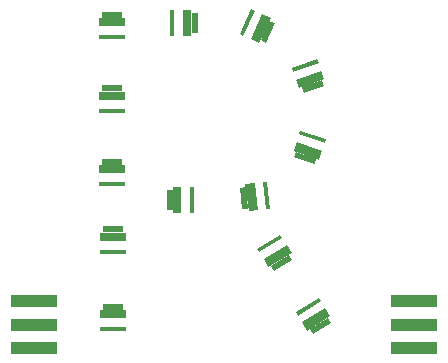
<source format=gts>
G04 #@! TF.FileFunction,Soldermask,Top*
%FSLAX46Y46*%
G04 Gerber Fmt 4.6, Leading zero omitted, Abs format (unit mm)*
G04 Created by KiCad (PCBNEW 4.0.0-rc2-stable) date 3/3/2016 3:47:18 PM*
%MOMM*%
G01*
G04 APERTURE LIST*
%ADD10C,0.150000*%
%ADD11R,1.800000X0.500000*%
%ADD12R,2.300000X0.320000*%
%ADD13R,2.300000X0.800000*%
%ADD14R,0.500000X1.800000*%
%ADD15R,0.320000X2.300000*%
%ADD16R,0.800000X2.300000*%
%ADD17R,4.000000X1.000000*%
%ADD18C,0.600000*%
G04 APERTURE END LIST*
D10*
D11*
X55642574Y-46647844D03*
D12*
X55642574Y-48547844D03*
D13*
X55642574Y-47297844D03*
D11*
X55642574Y-40093965D03*
D12*
X55642574Y-41993965D03*
D13*
X55642574Y-40743965D03*
D10*
G36*
X74124520Y-48031178D02*
X72589400Y-48971075D01*
X72328318Y-48544652D01*
X73863438Y-47604755D01*
X74124520Y-48031178D01*
X74124520Y-48031178D01*
G37*
G36*
X73298623Y-46203476D02*
X71337080Y-47404456D01*
X71169987Y-47131546D01*
X73131530Y-45930566D01*
X73298623Y-46203476D01*
X73298623Y-46203476D01*
G37*
G36*
X74076648Y-47474214D02*
X72115106Y-48675194D01*
X71697374Y-47992918D01*
X73658916Y-46791938D01*
X74076648Y-47474214D01*
X74076648Y-47474214D01*
G37*
G36*
X70857250Y-42694793D02*
X69322130Y-43634690D01*
X69061048Y-43208267D01*
X70596168Y-42268370D01*
X70857250Y-42694793D01*
X70857250Y-42694793D01*
G37*
G36*
X70031353Y-40867091D02*
X68069810Y-42068071D01*
X67902717Y-41795161D01*
X69864260Y-40594181D01*
X70031353Y-40867091D01*
X70031353Y-40867091D01*
G37*
G36*
X70809378Y-42137829D02*
X68847836Y-43338809D01*
X68430104Y-42656533D01*
X70391646Y-41455553D01*
X70809378Y-42137829D01*
X70809378Y-42137829D01*
G37*
D14*
X60481380Y-37628350D03*
D15*
X62381380Y-37628350D03*
D16*
X61131380Y-37628350D03*
D10*
G36*
X66646522Y-38405871D02*
X66425312Y-36619516D01*
X66921522Y-36558069D01*
X67142732Y-38344424D01*
X66646522Y-38405871D01*
X66646522Y-38405871D01*
G37*
G36*
X68652161Y-38409417D02*
X68369504Y-36126851D01*
X68687079Y-36087525D01*
X68969736Y-38370091D01*
X68652161Y-38409417D01*
X68652161Y-38409417D01*
G37*
G36*
X67173456Y-38592529D02*
X66890798Y-36309964D01*
X67684734Y-36211649D01*
X67967392Y-38494214D01*
X67173456Y-38592529D01*
X67173456Y-38592529D01*
G37*
G36*
X72748057Y-34594989D02*
X71044293Y-34014308D01*
X71205593Y-33541041D01*
X72909357Y-34121722D01*
X72748057Y-34594989D01*
X72748057Y-34594989D01*
G37*
G36*
X73626666Y-32792034D02*
X71449635Y-32050053D01*
X71552868Y-31747162D01*
X73729899Y-32489143D01*
X73626666Y-32792034D01*
X73626666Y-32792034D01*
G37*
G36*
X73145991Y-34202372D02*
X70968960Y-33460390D01*
X71227041Y-32703162D01*
X73404072Y-33445144D01*
X73145991Y-34202372D01*
X73145991Y-34202372D01*
G37*
G36*
X73517874Y-27970381D02*
X71819529Y-28566725D01*
X71653878Y-28094963D01*
X73352223Y-27498619D01*
X73517874Y-27970381D01*
X73517874Y-27970381D01*
G37*
G36*
X73094464Y-26009941D02*
X70924357Y-26771937D01*
X70818340Y-26470009D01*
X72988447Y-25708013D01*
X73094464Y-26009941D01*
X73094464Y-26009941D01*
G37*
G36*
X73588104Y-27415793D02*
X71417998Y-28177789D01*
X71152956Y-27422969D01*
X73323062Y-26660973D01*
X73588104Y-27415793D01*
X73588104Y-27415793D01*
G37*
G36*
X69386217Y-22670177D02*
X68636247Y-24306498D01*
X68181713Y-24098173D01*
X68931683Y-22461852D01*
X69386217Y-22670177D01*
X69386217Y-22670177D01*
G37*
G36*
X67681336Y-21613777D02*
X66723041Y-23704631D01*
X66432140Y-23571303D01*
X67390435Y-21480449D01*
X67681336Y-21613777D01*
X67681336Y-21613777D01*
G37*
G36*
X69035846Y-22234586D02*
X68077551Y-24325440D01*
X67350298Y-23992120D01*
X68308593Y-21901266D01*
X69035846Y-22234586D01*
X69035846Y-22234586D01*
G37*
D14*
X62619025Y-22661350D03*
D15*
X60719025Y-22661350D03*
D16*
X61969025Y-22661350D03*
D11*
X55640280Y-21930643D03*
D12*
X55640280Y-23830643D03*
D13*
X55640280Y-22580643D03*
D11*
X55640280Y-28151940D03*
D12*
X55640280Y-30051940D03*
D13*
X55640280Y-28801940D03*
D11*
X55640280Y-34373247D03*
D12*
X55640280Y-36273247D03*
D13*
X55640280Y-35023247D03*
D17*
X81147030Y-50192200D03*
X81147030Y-48192200D03*
X81147030Y-46192200D03*
D18*
X80147030Y-50192200D03*
X80147030Y-48192200D03*
X80147030Y-46192200D03*
D17*
X49020840Y-46192200D03*
X49020840Y-48192200D03*
X49020840Y-50192200D03*
D18*
X50020840Y-46192200D03*
X50020840Y-48192200D03*
X50020840Y-50192200D03*
M02*

</source>
